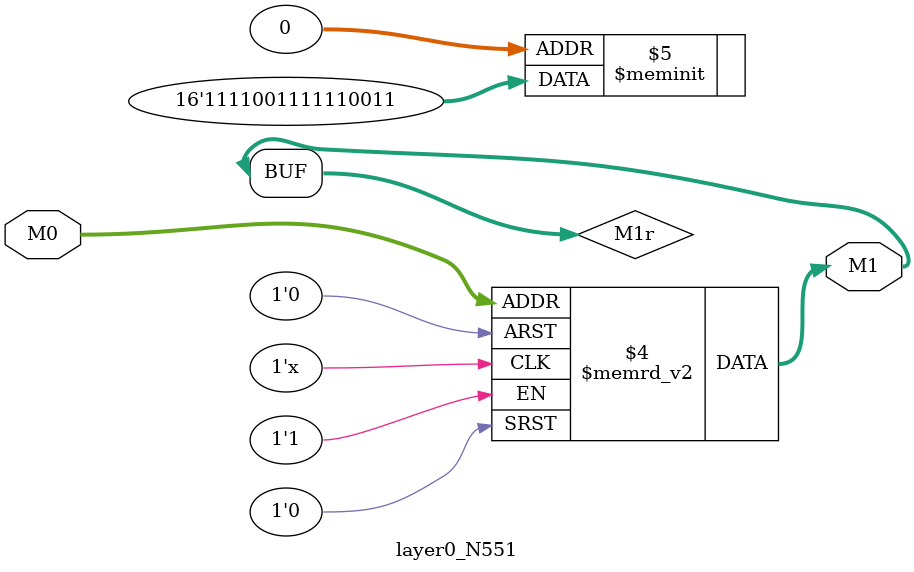
<source format=v>
module layer0_N551 ( input [2:0] M0, output [1:0] M1 );

	(*rom_style = "distributed" *) reg [1:0] M1r;
	assign M1 = M1r;
	always @ (M0) begin
		case (M0)
			3'b000: M1r = 2'b11;
			3'b100: M1r = 2'b11;
			3'b010: M1r = 2'b11;
			3'b110: M1r = 2'b11;
			3'b001: M1r = 2'b00;
			3'b101: M1r = 2'b00;
			3'b011: M1r = 2'b11;
			3'b111: M1r = 2'b11;

		endcase
	end
endmodule

</source>
